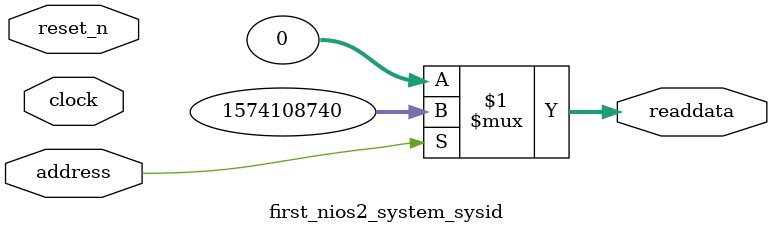
<source format=v>



// synthesis translate_off
`timescale 1ns / 1ps
// synthesis translate_on

// turn off superfluous verilog processor warnings 
// altera message_level Level1 
// altera message_off 10034 10035 10036 10037 10230 10240 10030 

module first_nios2_system_sysid (
               // inputs:
                address,
                clock,
                reset_n,

               // outputs:
                readdata
             )
;

  output  [ 31: 0] readdata;
  input            address;
  input            clock;
  input            reset_n;

  wire    [ 31: 0] readdata;
  //control_slave, which is an e_avalon_slave
  assign readdata = address ? 1574108740 : 0;

endmodule



</source>
